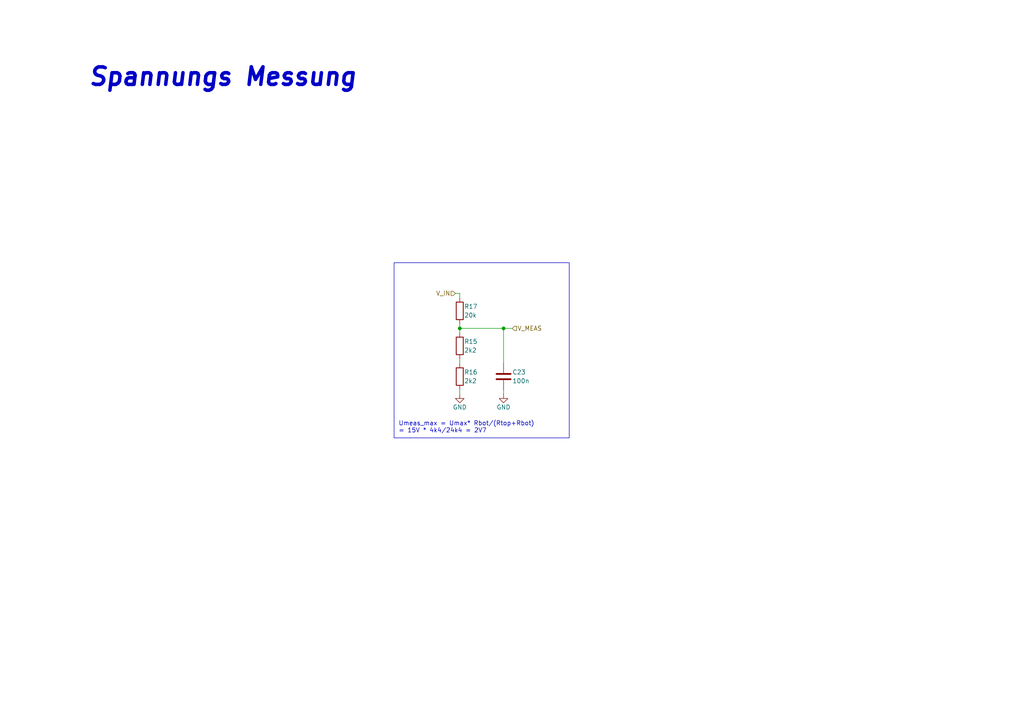
<source format=kicad_sch>
(kicad_sch (version 20230121) (generator eeschema)
  (paper "A4")
  (title_block (title "USBC-PowerSwitcher") (date "2023-08-26") (rev "R0") (company "s-grundner"))
  (lib_symbols
    (symbol "Device:C" (pin_numbers hide) (pin_names (offset 0.254))
      (property "Reference" "C" (at 0.635 2.54 0))
      (property "Value" "C" (at 0.635 -2.54 0))
      (symbol "C_0_1"
        (polyline (pts (xy -2.032 -0.762) (xy 2.032 -0.762)) (stroke (width 0.508)))
        (polyline (pts (xy -2.032 0.762) (xy 2.032 0.762)) (stroke (width 0.508)))
      )
      (symbol "C_1_1"
        (pin passive line (at 0 3.81 270) (length 2.794) (name "~") (number "1"))
        (pin passive line (at 0 -3.81 90) (length 2.794) (name "~") (number "2"))
      )
    )
    (symbol "Device:R" (pin_numbers hide) (pin_names (offset 0))
      (property "Reference" "R" (at 2.032 0 90))
      (property "Value" "R" (at 0 0 90))
      (symbol "R_0_1"
        (rectangle (start -1.016 -2.54) (end 1.016 2.54) (stroke (width 0.254)))
      )
      (symbol "R_1_1"
        (pin passive line (at 0 3.81 270) (length 1.27) (name "~") (number "1"))
        (pin passive line (at 0 -3.81 90) (length 1.27) (name "~") (number "2"))
      )
    )
    (symbol "power:GND" (power) (pin_names (offset 0))
      (property "Value" "GND" (at 0 -3.81 0))
      (symbol "GND_0_1"
        (polyline (pts (xy 0 0) (xy 0 -1.27) (xy 1.27 -1.27) (xy 0 -2.54) (xy -1.27 -1.27) (xy 0 -1.27)))
      )
      (symbol "GND_1_1"
        (pin power_in line (at 0 0 270) (length 0) hide (name "GND") (number "1"))
      )
    )
  )
  (junction (at 146.05 95.25))
  (junction (at 133.35 95.25))
  (wire (pts (xy 133.35 95.25) (xy 146.05 95.25)))
  (wire (pts (xy 133.35 95.25) (xy 133.35 96.52)))
  (wire (pts (xy 133.35 105.41) (xy 133.35 104.14)))
  (wire (pts (xy 132.08 85.09) (xy 133.35 85.09)))
  (wire (pts (xy 146.05 113.03) (xy 146.05 114.3)))
  (wire (pts (xy 133.35 85.09) (xy 133.35 86.36)))
  (wire (pts (xy 146.05 95.25) (xy 146.05 105.41)))
  (wire (pts (xy 146.05 95.25) (xy 148.59 95.25)))
  (wire (pts (xy 133.35 93.98) (xy 133.35 95.25)))
  (wire (pts (xy 133.35 114.3) (xy 133.35 113.03)))
  (rectangle (start 114.3 76.2) (end 165.1 127))
  (text "Umeas_max = Umax* Rbot/(Rtop+Rbot)\n= 15V * 4k4/24k4 = 2V7" (at 115.57 125.73 0) (effects (font (size 1.27 1.27)) (justify left bottom)))
  (text "Spannungs Messung" (at 25.4 25.4 0) (effects (font (size 5.08 5.08) (thickness 1.016) bold italic) (justify left bottom)))
  (hierarchical_label "V_MEAS" (shape input) (at 148.59 95.25 0))
  (hierarchical_label "V_IN" (shape input) (at 132.08 85.09 180))
  (symbol (lib_id "Device:R") (at 133.35 109.22 0) (unit 1)
    (property "Reference" "R16" (at 134.62 107.95 0) (effects (justify left)))
    (property "Value" "2k2" (at 134.62 110.49 0) (effects (justify left)))
  )
  (symbol (lib_id "Device:R") (at 133.35 100.33 0) (unit 1)
    (property "Reference" "R15" (at 134.62 99.06 0) (effects (justify left)))
    (property "Value" "2k2" (at 134.62 101.6 0) (effects (justify left)))
  )
  (symbol (lib_id "Device:R") (at 133.35 90.17 0) (unit 1)
    (property "Reference" "R17" (at 134.62 88.9 0) (effects (justify left)))
    (property "Value" "20k" (at 134.62 91.44 0) (effects (justify left)))
  )
  (symbol (lib_id "power:GND") (at 146.05 114.3 0) (unit 1)
    (property "Reference" "#PWR041" (effects hide))
    (property "Value" "GND" (at 146.05 118.11 0))
  )
  (symbol (lib_id "power:GND") (at 133.35 114.3 0) (unit 1)
    (property "Reference" "#PWR040" (effects hide))
    (property "Value" "GND" (at 133.35 118.11 0))
  )
  (symbol (lib_id "Device:C") (at 146.05 109.22 0) (mirror x) (unit 1)
    (property "Reference" "C23" (at 148.59 107.95 0) (effects (justify left)))
    (property "Value" "100n" (at 148.59 110.49 0) (effects (justify left)))
    (instances (project "USBC-PowerSwitcher" (path "" (reference "C23") (unit 1)) (path "" (reference "C23") (unit 1)) (path "" (reference "C24") (unit 1))))
  )
)
</source>
